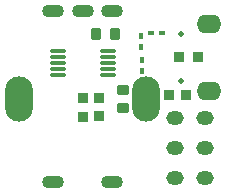
<source format=gbr>
%TF.GenerationSoftware,Altium Limited,Altium Designer,20.1.8 (145)*%
G04 Layer_Color=417716*
%FSLAX45Y45*%
%MOMM*%
%TF.SameCoordinates,4CD9D56E-ABF0-4F53-8DDA-4C7987737DBE*%
%TF.FilePolarity,Negative*%
%TF.FileFunction,Soldermask,Bot*%
%TF.Part,Single*%
G01*
G75*
%TA.AperFunction,SMDPad,CuDef*%
G04:AMPARAMS|DCode=31|XSize=0.4mm|YSize=0.5mm|CornerRadius=0.0515mm|HoleSize=0mm|Usage=FLASHONLY|Rotation=270.000|XOffset=0mm|YOffset=0mm|HoleType=Round|Shape=RoundedRectangle|*
%AMROUNDEDRECTD31*
21,1,0.40000,0.39700,0,0,270.0*
21,1,0.29700,0.50000,0,0,270.0*
1,1,0.10300,-0.19850,-0.14850*
1,1,0.10300,-0.19850,0.14850*
1,1,0.10300,0.19850,0.14850*
1,1,0.10300,0.19850,-0.14850*
%
%ADD31ROUNDEDRECTD31*%
G04:AMPARAMS|DCode=32|XSize=0.4mm|YSize=0.5mm|CornerRadius=0.0515mm|HoleSize=0mm|Usage=FLASHONLY|Rotation=0.000|XOffset=0mm|YOffset=0mm|HoleType=Round|Shape=RoundedRectangle|*
%AMROUNDEDRECTD32*
21,1,0.40000,0.39700,0,0,0.0*
21,1,0.29700,0.50000,0,0,0.0*
1,1,0.10300,0.14850,-0.19850*
1,1,0.10300,-0.14850,-0.19850*
1,1,0.10300,-0.14850,0.19850*
1,1,0.10300,0.14850,0.19850*
%
%ADD32ROUNDEDRECTD32*%
G04:AMPARAMS|DCode=33|XSize=0.9mm|YSize=0.8mm|CornerRadius=0.0535mm|HoleSize=0mm|Usage=FLASHONLY|Rotation=0.000|XOffset=0mm|YOffset=0mm|HoleType=Round|Shape=RoundedRectangle|*
%AMROUNDEDRECTD33*
21,1,0.90000,0.69300,0,0,0.0*
21,1,0.79300,0.80000,0,0,0.0*
1,1,0.10700,0.39650,-0.34650*
1,1,0.10700,-0.39650,-0.34650*
1,1,0.10700,-0.39650,0.34650*
1,1,0.10700,0.39650,0.34650*
%
%ADD33ROUNDEDRECTD33*%
G04:AMPARAMS|DCode=34|XSize=0.95mm|YSize=0.85mm|CornerRadius=0.05375mm|HoleSize=0mm|Usage=FLASHONLY|Rotation=0.000|XOffset=0mm|YOffset=0mm|HoleType=Round|Shape=RoundedRectangle|*
%AMROUNDEDRECTD34*
21,1,0.95000,0.74250,0,0,0.0*
21,1,0.84250,0.85000,0,0,0.0*
1,1,0.10750,0.42125,-0.37125*
1,1,0.10750,-0.42125,-0.37125*
1,1,0.10750,-0.42125,0.37125*
1,1,0.10750,0.42125,0.37125*
%
%ADD34ROUNDEDRECTD34*%
G04:AMPARAMS|DCode=35|XSize=0.9mm|YSize=0.9mm|CornerRadius=0.054mm|HoleSize=0mm|Usage=FLASHONLY|Rotation=180.000|XOffset=0mm|YOffset=0mm|HoleType=Round|Shape=RoundedRectangle|*
%AMROUNDEDRECTD35*
21,1,0.90000,0.79200,0,0,180.0*
21,1,0.79200,0.90000,0,0,180.0*
1,1,0.10800,-0.39600,0.39600*
1,1,0.10800,0.39600,0.39600*
1,1,0.10800,0.39600,-0.39600*
1,1,0.10800,-0.39600,-0.39600*
%
%ADD35ROUNDEDRECTD35*%
%ADD36O,1.35000X0.40000*%
G04:AMPARAMS|DCode=37|XSize=0.95mm|YSize=0.85mm|CornerRadius=0.05375mm|HoleSize=0mm|Usage=FLASHONLY|Rotation=90.000|XOffset=0mm|YOffset=0mm|HoleType=Round|Shape=RoundedRectangle|*
%AMROUNDEDRECTD37*
21,1,0.95000,0.74250,0,0,90.0*
21,1,0.84250,0.85000,0,0,90.0*
1,1,0.10750,0.37125,0.42125*
1,1,0.10750,0.37125,-0.42125*
1,1,0.10750,-0.37125,-0.42125*
1,1,0.10750,-0.37125,0.42125*
%
%ADD37ROUNDEDRECTD37*%
G04:AMPARAMS|DCode=38|XSize=0.9mm|YSize=0.8mm|CornerRadius=0.0535mm|HoleSize=0mm|Usage=FLASHONLY|Rotation=90.000|XOffset=0mm|YOffset=0mm|HoleType=Round|Shape=RoundedRectangle|*
%AMROUNDEDRECTD38*
21,1,0.90000,0.69300,0,0,90.0*
21,1,0.79300,0.80000,0,0,90.0*
1,1,0.10700,0.34650,0.39650*
1,1,0.10700,0.34650,-0.39650*
1,1,0.10700,-0.34650,-0.39650*
1,1,0.10700,-0.34650,0.39650*
%
%ADD38ROUNDEDRECTD38*%
%TA.AperFunction,ComponentPad*%
G04:AMPARAMS|DCode=39|XSize=1.2mm|YSize=1.5mm|CornerRadius=0.6mm|HoleSize=0mm|Usage=FLASHONLY|Rotation=90.000|XOffset=0mm|YOffset=0mm|HoleType=Round|Shape=RoundedRectangle|*
%AMROUNDEDRECTD39*
21,1,1.20000,0.30000,0,0,90.0*
21,1,0.00000,1.50000,0,0,90.0*
1,1,1.20000,0.15000,0.00000*
1,1,1.20000,0.15000,0.00000*
1,1,1.20000,-0.15000,0.00000*
1,1,1.20000,-0.15000,0.00000*
%
%ADD39ROUNDEDRECTD39*%
%ADD40C,0.50000*%
%ADD41O,2.10000X1.60000*%
G04:AMPARAMS|DCode=42|XSize=2.35mm|YSize=3.85mm|CornerRadius=1.175mm|HoleSize=0mm|Usage=FLASHONLY|Rotation=180.000|XOffset=0mm|YOffset=0mm|HoleType=Round|Shape=RoundedRectangle|*
%AMROUNDEDRECTD42*
21,1,2.35000,1.50000,0,0,180.0*
21,1,0.00000,3.85000,0,0,180.0*
1,1,2.35000,0.00000,0.75000*
1,1,2.35000,0.00000,0.75000*
1,1,2.35000,0.00000,-0.75000*
1,1,2.35000,0.00000,-0.75000*
%
%ADD42ROUNDEDRECTD42*%
%ADD43O,2.35000X3.85000*%
%ADD44O,1.85000X1.10000*%
D31*
X1251547Y1339361D02*
D03*
X1346547D02*
D03*
D32*
X1181009Y1107529D02*
D03*
Y1012529D02*
D03*
X1168760Y1219450D02*
D03*
Y1314450D02*
D03*
D33*
X677748Y624839D02*
D03*
Y789839D02*
D03*
X813563Y782340D02*
D03*
Y632339D02*
D03*
D34*
X1019466Y856793D02*
D03*
Y701793D02*
D03*
D35*
X1495996Y1129495D02*
D03*
X1655997D02*
D03*
D36*
X464541Y981824D02*
D03*
Y1031824D02*
D03*
X464542Y1081824D02*
D03*
Y1131824D02*
D03*
X464541Y1181824D02*
D03*
X889541Y981824D02*
D03*
Y1031824D02*
D03*
X889541Y1081824D02*
D03*
Y1131824D02*
D03*
X889541Y1181824D02*
D03*
D37*
X790935Y1325880D02*
D03*
X945935D02*
D03*
D38*
X1403191Y813323D02*
D03*
X1553191D02*
D03*
D39*
X1459369Y614096D02*
D03*
Y106096D02*
D03*
X1713369D02*
D03*
X1459369Y360096D02*
D03*
X1713369D02*
D03*
Y614096D02*
D03*
D40*
X1511433Y931824D02*
D03*
Y1331824D02*
D03*
D41*
X1746433Y1414824D02*
D03*
Y848824D02*
D03*
D42*
X1214541Y775480D02*
D03*
D43*
X139541D02*
D03*
D44*
X427041Y75479D02*
D03*
X927041D02*
D03*
X677041Y1525480D02*
D03*
X427041D02*
D03*
X927041D02*
D03*
%TF.MD5,469356978c29177d5da56848032ed454*%
M02*

</source>
